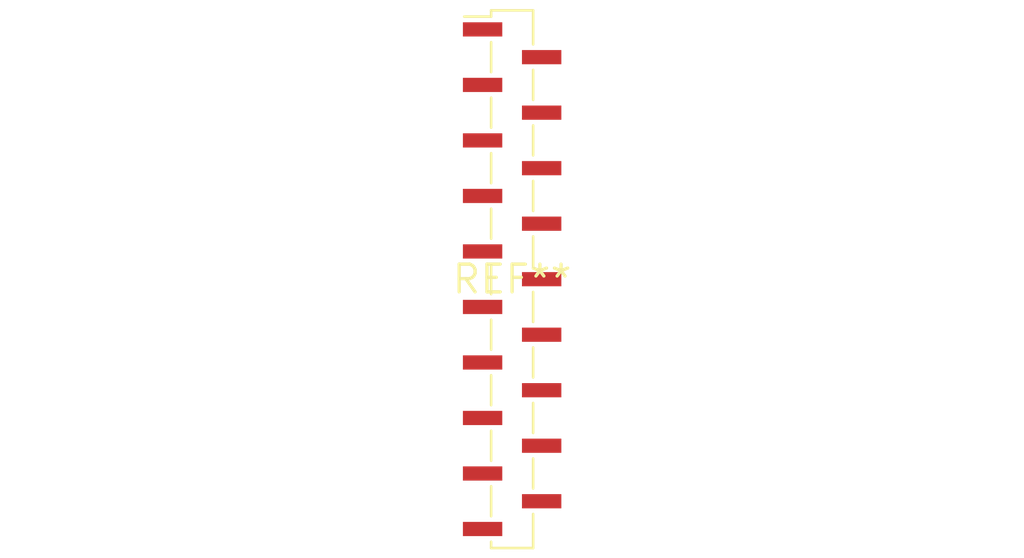
<source format=kicad_pcb>
(kicad_pcb (version 20240108) (generator pcbnew)
  (layers (0 "F.Cu" signal) (31 "B.Cu" signal) (34 "B.Paste" user) (35 "F.Paste" user) (36 "B.SilkS" user "B.Silkscreen") (37 "F.SilkS" user "F.Silkscreen") (38 "B.Mask" user) (39 "F.Mask" user) (44 "Edge.Cuts" user))
  (net 0 "")
  (footprint "PinSocket_1x19_P1.27mm_Vertical_SMD_Pin1Left" (layer "F.Cu") (at 0 0)
    (property "Reference" "REF**")
    (property "Value" "PinSocket_1x19_P1.27mm_Vertical_SMD_Pin1Left")
    (fp_line (start -2.19 -12.015) (end -0.96 -12.015) (layer "F.SilkS") (stroke (width 0.12)))
    (fp_line (start -0.96 -12.3) (end -0.96 -12.015) (layer "F.SilkS") (stroke (width 0.12)))
    (fp_line (start -0.96 -12.3) (end 0.96 -12.3) (layer "F.SilkS") (stroke (width 0.12)))
    (fp_line (start -0.96 -10.845) (end -0.96 -9.475) (layer "F.SilkS") (stroke (width 0.12)))
    (fp_line (start -0.96 -8.305) (end -0.96 -6.935) (layer "F.SilkS") (stroke (width 0.12)))
    (fp_line (start -0.96 -5.765) (end -0.96 -4.395) (layer "F.SilkS") (stroke (width 0.12)))
    (fp_line (start -0.96 -3.225) (end -0.96 -1.855) (layer "F.SilkS") (stroke (width 0.12)))
    (fp_line (start -0.96 -0.685) (end -0.96 0.685) (layer "F.SilkS") (stroke (width 0.12)))
    (fp_line (start -0.96 1.855) (end -0.96 3.225) (layer "F.SilkS") (stroke (width 0.12)))
    (fp_line (start -0.96 4.395) (end -0.96 5.765) (layer "F.SilkS") (stroke (width 0.12)))
    (fp_line (start -0.96 6.935) (end -0.96 8.305) (layer "F.SilkS") (stroke (width 0.12)))
    (fp_line (start -0.96 9.475) (end -0.96 10.845) (layer "F.SilkS") (stroke (width 0.12)))
    (fp_line (start -0.96 12.015) (end -0.96 12.3) (layer "F.SilkS") (stroke (width 0.12)))
    (fp_line (start -0.96 12.3) (end 0.96 12.3) (layer "F.SilkS") (stroke (width 0.12)))
    (fp_line (start 0.96 -12.3) (end 0.96 -10.745) (layer "F.SilkS") (stroke (width 0.12)))
    (fp_line (start 0.96 -9.575) (end 0.96 -8.205) (layer "F.SilkS") (stroke (width 0.12)))
    (fp_line (start 0.96 -7.035) (end 0.96 -5.665) (layer "F.SilkS") (stroke (width 0.12)))
    (fp_line (start 0.96 -4.495) (end 0.96 -3.125) (layer "F.SilkS") (stroke (width 0.12)))
    (fp_line (start 0.96 -1.955) (end 0.96 -0.585) (layer "F.SilkS") (stroke (width 0.12)))
    (fp_line (start 0.96 0.585) (end 0.96 1.955) (layer "F.SilkS") (stroke (width 0.12)))
    (fp_line (start 0.96 3.125) (end 0.96 4.495) (layer "F.SilkS") (stroke (width 0.12)))
    (fp_line (start 0.96 5.665) (end 0.96 7.035) (layer "F.SilkS") (stroke (width 0.12)))
    (fp_line (start 0.96 8.205) (end 0.96 9.575) (layer "F.SilkS") (stroke (width 0.12)))
    (fp_line (start 0.96 10.745) (end 0.96 12.3) (layer "F.SilkS") (stroke (width 0.12)))
    (pad "1" smd rect (at -1.35 -11.43) (size 1.8 0.65) (layers "F.Cu" "F.Paste" "F.Mask"))
    (pad "2" smd rect (at 1.35 -10.16) (size 1.8 0.65) (layers "F.Cu" "F.Paste" "F.Mask"))
    (pad "3" smd rect (at -1.35 -8.89) (size 1.8 0.65) (layers "F.Cu" "F.Paste" "F.Mask"))
    (pad "4" smd rect (at 1.35 -7.62) (size 1.8 0.65) (layers "F.Cu" "F.Paste" "F.Mask"))
    (pad "5" smd rect (at -1.35 -6.35) (size 1.8 0.65) (layers "F.Cu" "F.Paste" "F.Mask"))
    (pad "6" smd rect (at 1.35 -5.08) (size 1.8 0.65) (layers "F.Cu" "F.Paste" "F.Mask"))
    (pad "7" smd rect (at -1.35 -3.81) (size 1.8 0.65) (layers "F.Cu" "F.Paste" "F.Mask"))
    (pad "8" smd rect (at 1.35 -2.54) (size 1.8 0.65) (layers "F.Cu" "F.Paste" "F.Mask"))
    (pad "9" smd rect (at -1.35 -1.27) (size 1.8 0.65) (layers "F.Cu" "F.Paste" "F.Mask"))
    (pad "10" smd rect (at 1.35 0) (size 1.8 0.65) (layers "F.Cu" "F.Paste" "F.Mask"))
    (pad "11" smd rect (at -1.35 1.27) (size 1.8 0.65) (layers "F.Cu" "F.Paste" "F.Mask"))
    (pad "12" smd rect (at 1.35 2.54) (size 1.8 0.65) (layers "F.Cu" "F.Paste" "F.Mask"))
    (pad "13" smd rect (at -1.35 3.81) (size 1.8 0.65) (layers "F.Cu" "F.Paste" "F.Mask"))
    (pad "14" smd rect (at 1.35 5.08) (size 1.8 0.65) (layers "F.Cu" "F.Paste" "F.Mask"))
    (pad "15" smd rect (at -1.35 6.35) (size 1.8 0.65) (layers "F.Cu" "F.Paste" "F.Mask"))
    (pad "16" smd rect (at 1.35 7.62) (size 1.8 0.65) (layers "F.Cu" "F.Paste" "F.Mask"))
    (pad "17" smd rect (at -1.35 8.89) (size 1.8 0.65) (layers "F.Cu" "F.Paste" "F.Mask"))
    (pad "18" smd rect (at 1.35 10.16) (size 1.8 0.65) (layers "F.Cu" "F.Paste" "F.Mask"))
    (pad "19" smd rect (at -1.35 11.43) (size 1.8 0.65) (layers "F.Cu" "F.Paste" "F.Mask"))
  )
)
</source>
